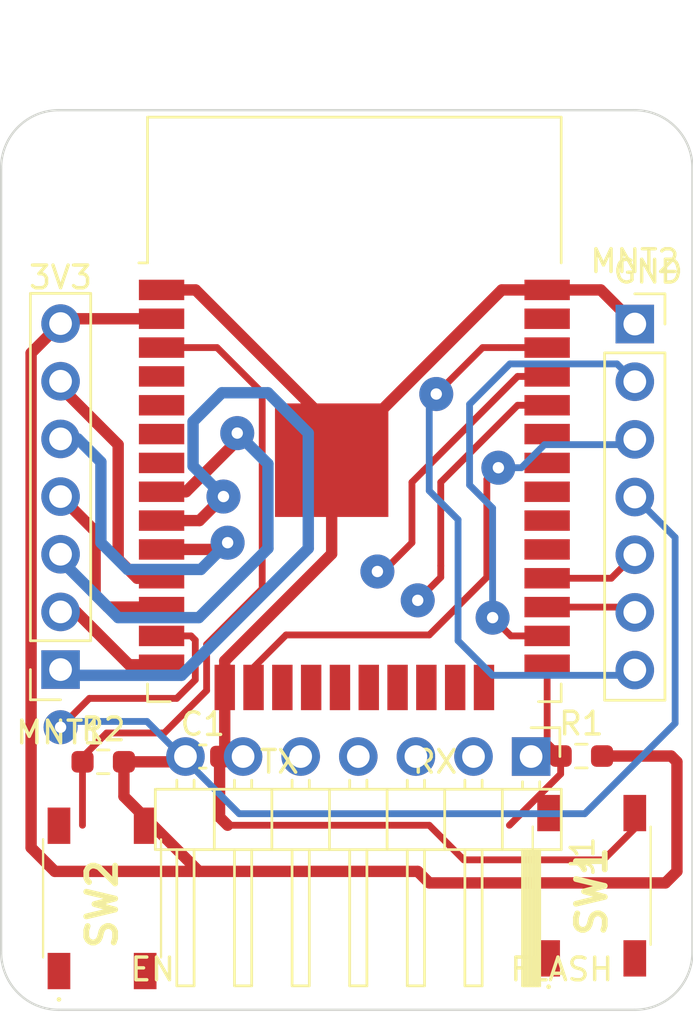
<source format=kicad_pcb>
(kicad_pcb (version 20211014) (generator pcbnew)
  (layers (0 "F.Cu" signal) (31 "B.Cu" signal) (34 "B.Paste" user) (35 "F.Paste" user) (36 "B.SilkS" user "B.Silkscreen") (37 "F.SilkS" user "F.Silkscreen") (38 "B.Mask" user) (39 "F.Mask" user) (44 "Edge.Cuts" user))
  (net 0 "")
  (net 1 "GND")
  (net 2 "+3V3")
  (net 3 "EN")
  (net 4 "FLASH")
  (net 9 "VL")
  (net 10 "WL")
  (net 11 "UL")
  (net 12 "UH")
  (net 13 "VH")
  (net 14 "MT_CSN")
  (net 15 "WH")
  (net 16 "MT_SCL")
  (net 25 "MT_SDA")
  (net 26 "SERIAL_TX")
  (net 27 "SERIAL_RX")
  (net 33 "BTN_NEXT")
  (net 39 "RXD")
  (net 40 "TXD")
  (footprint "Resistor_SMD:R_0603_1608Metric_Pad0.98x0.95mm_HandSolder" (layer "F.Cu") (at 62.922 62.4625)
    (fp_text reference "R2" (at 0 -1.43) (layer "F.SilkS"))
    (fp_text value "10K")
    (fp_line (start -0.254724 -0.5225) (end 0.254724 -0.5225) (layer "F.SilkS") (width 0.12))
    (fp_line (start -0.254724 0.5225) (end 0.254724 0.5225) (layer "F.SilkS") (width 0.12))
    (pad "1" smd roundrect (at -0.9125 0) (size 0.975 0.95) (layers "F.Cu" "F.Paste" "F.Mask") (net 3 "EN"))
    (pad "2" smd roundrect (at 0.9125 0) (size 0.975 0.95) (layers "F.Cu" "F.Paste" "F.Mask") (net 2 "+3V3"))
  )
  (footprint "RF_Module:ESP32-WROOM-32" (layer "F.Cu") (at 73.9945 49.9325)
    (fp_text reference "ESP32" hide)
    (fp_text value "ESP32-WROOM-32")
    (fp_line (start -9.12 9.88) (end -8.12 9.88) (layer "F.SilkS") (width 0.12))
    (fp_line (start 9.12 9.1) (end 9.12 9.88) (layer "F.SilkS") (width 0.12))
    (fp_line (start -9.12 -15.865) (end -9.12 -9.445) (layer "F.SilkS") (width 0.12))
    (fp_line (start -9.12 -9.445) (end -9.5 -9.445) (layer "F.SilkS") (width 0.12))
    (fp_line (start 9.12 9.88) (end 8.12 9.88) (layer "F.SilkS") (width 0.12))
    (fp_line (start 9.12 -15.865) (end 9.12 -9.445) (layer "F.SilkS") (width 0.12))
    (fp_line (start -9.12 9.1) (end -9.12 9.88) (layer "F.SilkS") (width 0.12))
    (fp_line (start -9.12 -15.865) (end 9.12 -15.865) (layer "F.SilkS") (width 0.12))
    (pad "1" smd rect (at -8.5 -8.255) (size 2 0.9) (layers "F.Cu" "F.Paste" "F.Mask") (net 1 "GND"))
    (pad "2" smd rect (at -8.5 -6.985) (size 2 0.9) (layers "F.Cu" "F.Paste" "F.Mask") (net 2 "+3V3"))
    (pad "3" smd rect (at -8.5 -5.715) (size 2 0.9) (layers "F.Cu" "F.Paste" "F.Mask") (net 3 "EN"))
    (pad "4" smd rect (at -8.5 -4.445) (size 2 0.9) (layers "F.Cu" "F.Paste" "F.Mask"))
    (pad "5" smd rect (at -8.5 -3.175) (size 2 0.9) (layers "F.Cu" "F.Paste" "F.Mask"))
    (pad "6" smd rect (at -8.5 -1.905) (size 2 0.9) (layers "F.Cu" "F.Paste" "F.Mask"))
    (pad "7" smd rect (at -8.5 -0.635) (size 2 0.9) (layers "F.Cu" "F.Paste" "F.Mask"))
    (pad "8" smd rect (at -8.5 0.635) (size 2 0.9) (layers "F.Cu" "F.Paste" "F.Mask") (net 9 "VL"))
    (pad "9" smd rect (at -8.5 1.905) (size 2 0.9) (layers "F.Cu" "F.Paste" "F.Mask") (net 10 "WL"))
    (pad "10" smd rect (at -8.5 3.175) (size 2 0.9) (layers "F.Cu" "F.Paste" "F.Mask") (net 11 "UL"))
    (pad "11" smd rect (at -8.5 4.445) (size 2 0.9) (layers "F.Cu" "F.Paste" "F.Mask") (net 12 "UH"))
    (pad "12" smd rect (at -8.5 5.715) (size 2 0.9) (layers "F.Cu" "F.Paste" "F.Mask") (net 13 "VH"))
    (pad "13" smd rect (at -8.5 6.985) (size 2 0.9) (layers "F.Cu" "F.Paste" "F.Mask") (net 14 "MT_CSN"))
    (pad "14" smd rect (at -8.5 8.255) (size 2 0.9) (layers "F.Cu" "F.Paste" "F.Mask") (net 15 "WH"))
    (pad "15" smd rect (at -5.715 9.255 90) (size 2 0.9) (layers "F.Cu" "F.Paste" "F.Mask") (net 1 "GND"))
    (pad "16" smd rect (at -4.445 9.255 90) (size 2 0.9) (layers "F.Cu" "F.Paste" "F.Mask") (net 16 "MT_SCL"))
    (pad "17" smd rect (at -3.175 9.255 90) (size 2 0.9) (layers "F.Cu" "F.Paste" "F.Mask"))
    (pad "18" smd rect (at -1.905 9.255 90) (size 2 0.9) (layers "F.Cu" "F.Paste" "F.Mask"))
    (pad "19" smd rect (at -0.635 9.255 90) (size 2 0.9) (layers "F.Cu" "F.Paste" "F.Mask"))
    (pad "20" smd rect (at 0.635 9.255 90) (size 2 0.9) (layers "F.Cu" "F.Paste" "F.Mask"))
    (pad "21" smd rect (at 1.905 9.255 90) (size 2 0.9) (layers "F.Cu" "F.Paste" "F.Mask"))
    (pad "22" smd rect (at 3.175 9.255 90) (size 2 0.9) (layers "F.Cu" "F.Paste" "F.Mask"))
    (pad "23" smd rect (at 4.445 9.255 90) (size 2 0.9) (layers "F.Cu" "F.Paste" "F.Mask"))
    (pad "24" smd rect (at 5.715 9.255 90) (size 2 0.9) (layers "F.Cu" "F.Paste" "F.Mask"))
    (pad "25" smd rect (at 8.5 8.255) (size 2 0.9) (layers "F.Cu" "F.Paste" "F.Mask") (net 4 "FLASH"))
    (pad "26" smd rect (at 8.5 6.985) (size 2 0.9) (layers "F.Cu" "F.Paste" "F.Mask") (net 25 "MT_SDA"))
    (pad "27" smd rect (at 8.5 5.715) (size 2 0.9) (layers "F.Cu" "F.Paste" "F.Mask") (net 26 "SERIAL_TX"))
    (pad "28" smd rect (at 8.5 4.445) (size 2 0.9) (layers "F.Cu" "F.Paste" "F.Mask") (net 27 "SERIAL_RX"))
    (pad "29" smd rect (at 8.5 3.175) (size 2 0.9) (layers "F.Cu" "F.Paste" "F.Mask"))
    (pad "30" smd rect (at 8.5 1.905) (size 2 0.9) (layers "F.Cu" "F.Paste" "F.Mask"))
    (pad "31" smd rect (at 8.5 0.635) (size 2 0.9) (layers "F.Cu" "F.Paste" "F.Mask"))
    (pad "32" smd rect (at 8.5 -0.635) (size 2 0.9) (layers "F.Cu" "F.Paste" "F.Mask"))
    (pad "33" smd rect (at 8.5 -1.905) (size 2 0.9) (layers "F.Cu" "F.Paste" "F.Mask"))
    (pad "34" smd rect (at 8.5 -3.175) (size 2 0.9) (layers "F.Cu" "F.Paste" "F.Mask") (net 39 "RXD"))
    (pad "35" smd rect (at 8.5 -4.445) (size 2 0.9) (layers "F.Cu" "F.Paste" "F.Mask") (net 40 "TXD"))
    (pad "36" smd rect (at 8.5 -5.715) (size 2 0.9) (layers "F.Cu" "F.Paste" "F.Mask") (net 33 "BTN_NEXT"))
    (pad "37" smd rect (at 8.5 -6.985) (size 2 0.9) (layers "F.Cu" "F.Paste" "F.Mask"))
    (pad "38" smd rect (at 8.5 -8.255) (size 2 0.9) (layers "F.Cu" "F.Paste" "F.Mask") (net 1 "GND"))
    (pad "39" smd rect (at -1 -0.755) (size 5 5) (layers "F.Cu" "F.Paste" "F.Mask") (net 1 "GND"))
  )
  (footprint "Resistor_SMD:R_0603_1608Metric_Pad0.98x0.95mm_HandSolder" (layer "F.Cu") (at 84.004 62.2085)
    (fp_text reference "R1" (at 0 -1.43) (layer "F.SilkS"))
    (fp_text value "10K")
    (fp_line (start -0.254724 0.5225) (end 0.254724 0.5225) (layer "F.SilkS") (width 0.12))
    (fp_line (start -0.254724 -0.5225) (end 0.254724 -0.5225) (layer "F.SilkS") (width 0.12))
    (pad "1" smd roundrect (at -0.9125 0) (size 0.975 0.95) (layers "F.Cu" "F.Paste" "F.Mask") (net 4 "FLASH"))
    (pad "2" smd roundrect (at 0.9125 0) (size 0.975 0.95) (layers "F.Cu" "F.Paste" "F.Mask") (net 2 "+3V3"))
  )
  (footprint "Connector_PinHeader_2.54mm:PinHeader_1x07_P2.54mm_Horizontal" (layer "F.Cu") (at 81.788 62.23 -90)
    (fp_text reference "J1" (at 4.385 -2.27 90) (layer "F.SilkS"))
    (fp_text value "Conn_01x06_Male")
    (fp_line (start 4.1 4.7) (end 10.1 4.7) (layer "F.SilkS") (width 0.12))
    (fp_line (start 4.1 9.78) (end 10.1 9.78) (layer "F.SilkS") (width 0.12))
    (fp_line (start 1.11 0.38) (end 1.44 0.38) (layer "F.SilkS") (width 0.12))
    (fp_line (start 4.1 16.57) (end 4.1 -1.33) (layer "F.SilkS") (width 0.12))
    (fp_line (start 10.1 8) (end 4.1 8) (layer "F.SilkS") (width 0.12))
    (fp_line (start 10.1 2.92) (end 4.1 2.92) (layer "F.SilkS") (width 0.12))
    (fp_line (start 1.042929 4.7) (end 1.44 4.7) (layer "F.SilkS") (width 0.12))
    (fp_line (start 10.1 4.7) (end 10.1 5.46) (layer "F.SilkS") (width 0.12))
    (fp_line (start 10.1 12.32) (end 10.1 13.08) (layer "F.SilkS") (width 0.12))
    (fp_line (start 10.1 7.24) (end 10.1 8) (layer "F.SilkS") (width 0.12))
    (fp_line (start 1.44 -1.33) (end 1.44 16.57) (layer "F.SilkS") (width 0.12))
    (fp_line (start 1.042929 10.54) (end 1.44 10.54) (layer "F.SilkS") (width 0.12))
    (fp_line (start 4.1 -0.08) (end 10.1 -0.08) (layer "F.SilkS") (width 0.12))
    (fp_line (start 1.44 1.27) (end 4.1 1.27) (layer "F.SilkS") (width 0.12))
    (fp_line (start -1.27 0) (end -1.27 -1.27) (layer "F.SilkS") (width 0.12))
    (fp_line (start 1.042929 12.32) (end 1.44 12.32) (layer "F.SilkS") (width 0.12))
    (fp_line (start 1.042929 9.78) (end 1.44 9.78) (layer "F.SilkS") (width 0.12))
    (fp_line (start 1.042929 2.16) (end 1.44 2.16) (layer "F.SilkS") (width 0.12))
    (fp_line (start 10.1 14.86) (end 10.1 15.62) (layer "F.SilkS") (width 0.12))
    (fp_line (start 1.042929 8) (end 1.44 8) (layer "F.SilkS") (width 0.12))
    (fp_line (start -1.27 -1.27) (end 0 -1.27) (layer "F.SilkS") (width 0.12))
    (fp_line (start 1.042929 7.24) (end 1.44 7.24) (layer "F.SilkS") (width 0.12))
    (fp_line (start 1.44 6.35) (end 4.1 6.35) (layer "F.SilkS") (width 0.12))
    (fp_line (start 4.1 -0.38) (end 10.1 -0.38) (layer "F.SilkS") (width 0.12))
    (fp_line (start 1.042929 2.92) (end 1.44 2.92) (layer "F.SilkS") (width 0.12))
    (fp_line (start 1.042929 15.62) (end 1.44 15.62) (layer "F.SilkS") (width 0.12))
    (fp_line (start 1.11 -0.38) (end 1.44 -0.38) (layer "F.SilkS") (width 0.12))
    (fp_line (start 1.44 11.43) (end 4.1 11.43) (layer "F.SilkS") (width 0.12))
    (fp_line (start 10.1 13.08) (end 4.1 13.08) (layer "F.SilkS") (width 0.12))
    (fp_line (start 4.1 14.86) (end 10.1 14.86) (layer "F.SilkS") (width 0.12))
    (fp_line (start 4.1 12.32) (end 10.1 12.32) (layer "F.SilkS") (width 0.12))
    (fp_line (start 1.042929 14.86) (end 1.44 14.86) (layer "F.SilkS") (width 0.12))
    (fp_line (start 10.1 5.46) (end 4.1 5.46) (layer "F.SilkS") (width 0.12))
    (fp_line (start 4.1 -1.33) (end 1.44 -1.33) (layer "F.SilkS") (width 0.12))
    (fp_line (start 4.1 0.16) (end 10.1 0.16) (layer "F.SilkS") (width 0.12))
    (fp_line (start 1.44 3.81) (end 4.1 3.81) (layer "F.SilkS") (width 0.12))
    (fp_line (start 4.1 0.04) (end 10.1 0.04) (layer "F.SilkS") (width 0.12))
    (fp_line (start 10.1 -0.38) (end 10.1 0.38) (layer "F.SilkS") (width 0.12))
    (fp_line (start 10.1 9.78) (end 10.1 10.54) (layer "F.SilkS") (width 0.12))
    (fp_line (start 1.44 13.97) (end 4.1 13.97) (layer "F.SilkS") (width 0.12))
    (fp_line (start 1.042929 13.08) (end 1.44 13.08) (layer "F.SilkS") (width 0.12))
    (fp_line (start 1.44 16.57) (end 4.1 16.57) (layer "F.SilkS") (width 0.12))
    (fp_line (start 4.1 7.24) (end 10.1 7.24) (layer "F.SilkS") (width 0.12))
    (fp_line (start 1.042929 5.46) (end 1.44 5.46) (layer "F.SilkS") (width 0.12))
    (fp_line (start 10.1 0.38) (end 4.1 0.38) (layer "F.SilkS") (width 0.12))
    (fp_line (start 10.1 2.16) (end 10.1 2.92) (layer "F.SilkS") (width 0.12))
    (fp_line (start 1.44 8.89) (end 4.1 8.89) (layer "F.SilkS") (width 0.12))
    (fp_line (start 4.1 2.16) (end 10.1 2.16) (layer "F.SilkS") (width 0.12))
    (fp_line (start 10.1 10.54) (end 4.1 10.54) (layer "F.SilkS") (width 0.12))
    (fp_line (start 10.1 15.62) (end 4.1 15.62) (layer "F.SilkS") (width 0.12))
    (fp_line (start 4.1 -0.32) (end 10.1 -0.32) (layer "F.SilkS") (width 0.12))
    (fp_line (start 4.1 -0.2) (end 10.1 -0.2) (layer "F.SilkS") (width 0.12))
    (fp_line (start 4.1 0.28) (end 10.1 0.28) (layer "F.SilkS") (width 0.12))
    (pad "1" thru_hole rect (at 0 0 270) (size 1.7 1.7) (drill 1) (layers *.Cu *.Mask) (net 2 "+3V3"))
    (pad "2" thru_hole oval (at 0 2.54 270) (size 1.7 1.7) (drill 1) (layers *.Cu *.Mask) (net 40 "TXD"))
    (pad "3" thru_hole oval (at 0 5.08 270) (size 1.7 1.7) (drill 1) (layers *.Cu *.Mask) (net 39 "RXD"))
    (pad "4" thru_hole oval (at 0 7.62 270) (size 1.7 1.7) (drill 1) (layers *.Cu *.Mask) (net 3 "EN"))
    (pad "5" thru_hole oval (at 0 10.16 270) (size 1.7 1.7) (drill 1) (layers *.Cu *.Mask) (net 4 "FLASH"))
    (pad "6" thru_hole oval (at 0 12.7 270) (size 1.7 1.7) (drill 1) (layers *.Cu *.Mask) (net 1 "GND"))
    (pad "7" thru_hole oval (at 0 15.24 270) (size 1.7 1.7) (drill 1) (layers *.Cu *.Mask))
  )
  (footprint "PTS525:PTS525SM08SMTR2LFS" (layer "F.Cu") (at 62.87 69.128 90)
    (fp_text reference "SW2" (at 0.4 0 90) (layer "F.SilkS") (effects (font (size 1.27 1.27) (thickness 0.254))))
    (fp_text value "SW_SPST" hide)
    (fp_line (start -3.85 -1.9) (end -3.85 -1.9) (layer "F.SilkS") (width 0.1))
    (fp_line (start -3.75 -1.9) (end -3.75 -1.9) (layer "F.SilkS") (width 0.1))
    (fp_line (start 3.25 -2.6) (end 3.25 -2.6) (layer "F.SilkS") (width 0.1))
    (fp_line (start -1.95 -2.6) (end 3.25 -2.6) (layer "F.SilkS") (width 0.1))
    (fp_line (start -1.95 2.6) (end 3.25 2.6) (layer "F.SilkS") (width 0.1))
    (fp_arc (start -3.85 -1.9) (mid -3.8 -1.95) (end -3.75 -1.9) (layer "F.SilkS") (width 0.1))
    (fp_arc (start -3.75 -1.9) (mid -3.8 -1.85) (end -3.85 -1.9) (layer "F.SilkS") (width 0.1))
    (pad "1" smd rect locked (at -2.55 -1.9 180) (size 1 1.6) (layers "F.Cu" "F.Paste" "F.Mask") (net 3 "EN"))
    (pad "2" smd rect locked (at 3.85 -1.9 180) (size 1 1.6) (layers "F.Cu" "F.Paste" "F.Mask") (net 1 "GND"))
    (pad "3" smd rect locked (at -2.55 1.9 180) (size 1 1.6) (layers "F.Cu" "F.Paste" "F.Mask"))
    (pad "4" smd rect locked (at 3.85 1.9 180) (size 1 1.6) (layers "F.Cu" "F.Paste" "F.Mask"))
  )
  (footprint "Connector_PinSocket_2.54mm:PinSocket_1x07_P2.54mm_Vertical" (layer "F.Cu") (at 86.36 43.18)
    (fp_text reference "MNT2" (at 0 -2.77) (layer "F.SilkS"))
    (fp_text value "Conn_01x07_Female")
    (fp_line (start -1.33 1.27) (end -1.33 16.57) (layer "F.SilkS") (width 0.12))
    (fp_line (start 0 -1.33) (end 1.33 -1.33) (layer "F.SilkS") (width 0.12))
    (fp_line (start -1.33 1.27) (end 1.33 1.27) (layer "F.SilkS") (width 0.12))
    (fp_line (start 1.33 -1.33) (end 1.33 0) (layer "F.SilkS") (width 0.12))
    (fp_line (start -1.33 16.57) (end 1.33 16.57) (layer "F.SilkS") (width 0.12))
    (fp_line (start 1.33 1.27) (end 1.33 16.57) (layer "F.SilkS") (width 0.12))
    (pad "1" thru_hole rect (at 0 0) (size 1.7 1.7) (drill 1) (layers *.Cu *.Mask) (net 1 "GND"))
    (pad "2" thru_hole oval (at 0 2.54) (size 1.7 1.7) (drill 1) (layers *.Cu *.Mask) (net 25 "MT_SDA"))
    (pad "3" thru_hole oval (at 0 5.08) (size 1.7 1.7) (drill 1) (layers *.Cu *.Mask) (net 16 "MT_SCL"))
    (pad "4" thru_hole oval (at 0 7.62) (size 1.7 1.7) (drill 1) (layers *.Cu *.Mask) (net 14 "MT_CSN"))
    (pad "5" thru_hole oval (at 0 10.16) (size 1.7 1.7) (drill 1) (layers *.Cu *.Mask) (net 27 "SERIAL_RX"))
    (pad "6" thru_hole oval (at 0 12.7) (size 1.7 1.7) (drill 1) (layers *.Cu *.Mask) (net 26 "SERIAL_TX"))
    (pad "7" thru_hole oval (at 0 15.24) (size 1.7 1.7) (drill 1) (layers *.Cu *.Mask) (net 33 "BTN_NEXT"))
  )
  (footprint "PTS525:PTS525SM08SMTR2LFS" (layer "F.Cu") (at 84.46 68.57 90)
    (fp_text reference "SW1" (at 0.4 0 90) (layer "F.SilkS") (effects (font (size 1.27 1.27) (thickness 0.254))))
    (fp_text value "SW_SPST" hide)
    (fp_line (start -3.85 -1.9) (end -3.85 -1.9) (layer "F.SilkS") (width 0.1))
    (fp_line (start -1.95 2.6) (end 3.25 2.6) (layer "F.SilkS") (width 0.1))
    (fp_line (start -1.95 -2.6) (end 3.25 -2.6) (layer "F.SilkS") (width 0.1))
    (fp_line (start -3.75 -1.9) (end -3.75 -1.9) (layer "F.SilkS") (width 0.1))
    (fp_line (start 3.25 -2.6) (end 3.25 -2.6) (layer "F.SilkS") (width 0.1))
    (fp_arc (start -3.85 -1.9) (mid -3.8 -1.95) (end -3.75 -1.9) (layer "F.SilkS") (width 0.1))
    (fp_arc (start -3.75 -1.9) (mid -3.8 -1.85) (end -3.85 -1.9) (layer "F.SilkS") (width 0.1))
    (pad "1" smd rect locked (at -2.55 -1.9 180) (size 1 1.6) (layers "F.Cu" "F.Paste" "F.Mask") (net 4 "FLASH"))
    (pad "2" smd rect locked (at 3.85 -1.9 180) (size 1 1.6) (layers "F.Cu" "F.Paste" "F.Mask") (net 1 "GND"))
    (pad "3" smd rect locked (at -2.55 1.9 180) (size 1 1.6) (layers "F.Cu" "F.Paste" "F.Mask"))
    (pad "4" smd rect locked (at 3.85 1.9 180) (size 1 1.6) (layers "F.Cu" "F.Paste" "F.Mask"))
  )
  (footprint "Capacitor_SMD:C_0603_1608Metric_Pad1.08x0.95mm_HandSolder" (layer "F.Cu") (at 67.31 62.23)
    (fp_text reference "C1" (at 0 -1.43) (layer "F.SilkS"))
    (fp_text value "0.1UF")
    (fp_line (start -0.146267 0.51) (end 0.146267 0.51) (layer "F.SilkS") (width 0.12))
    (fp_line (start -0.146267 -0.51) (end 0.146267 -0.51) (layer "F.SilkS") (width 0.12))
    (pad "1" smd roundrect (at -0.8625 0) (size 1.075 0.95) (layers "F.Cu" "F.Paste" "F.Mask") (net 2 "+3V3"))
    (pad "2" smd roundrect (at 0.8625 0) (size 1.075 0.95) (layers "F.Cu" "F.Paste" "F.Mask") (net 1 "GND"))
  )
  (footprint "Connector_PinSocket_2.54mm:PinSocket_1x07_P2.54mm_Vertical" (layer "F.Cu") (at 61.0405 58.4 180)
    (fp_text reference "MNT1" (at 0 -2.77 180) (layer "F.SilkS"))
    (fp_text value "Conn_01x07_Female")
    (fp_line (start -1.33 16.57) (end 1.33 16.57) (layer "F.SilkS") (width 0.12))
    (fp_line (start 1.33 1.27) (end 1.33 16.57) (layer "F.SilkS") (width 0.12))
    (fp_line (start -1.33 1.27) (end -1.33 16.57) (layer "F.SilkS") (width 0.12))
    (fp_line (start 1.33 -1.33) (end 1.33 0) (layer "F.SilkS") (width 0.12))
    (fp_line (start -1.33 1.27) (end 1.33 1.27) (layer "F.SilkS") (width 0.12))
    (fp_line (start 0 -1.33) (end 1.33 -1.33) (layer "F.SilkS") (width 0.12))
    (pad "1" thru_hole rect (at 0 0 180) (size 1.7 1.7) (drill 1) (layers *.Cu *.Mask) (net 10 "WL"))
    (pad "2" thru_hole oval (at 0 2.54 180) (size 1.7 1.7) (drill 1) (layers *.Cu *.Mask) (net 15 "WH"))
    (pad "3" thru_hole oval (at 0 5.08 180) (size 1.7 1.7) (drill 1) (layers *.Cu *.Mask) (net 9 "VL"))
    (pad "4" thru_hole oval (at 0 7.62 180) (size 1.7 1.7) (drill 1) (layers *.Cu *.Mask) (net 13 "VH"))
    (pad "5" thru_hole oval (at 0 10.16 180) (size 1.7 1.7) (drill 1) (layers *.Cu *.Mask) (net 11 "UL"))
    (pad "6" thru_hole oval (at 0 12.7 180) (size 1.7 1.7) (drill 1) (layers *.Cu *.Mask) (net 12 "UH"))
    (pad "7" thru_hole oval (at 0 15.24 180) (size 1.7 1.7) (drill 1) (layers *.Cu *.Mask) (net 2 "+3V3"))
  )
  (gr_arc (start 86.36 33.7605) (mid 88.156051 34.504449) (end 88.9 36.3005) (layer "Edge.Cuts") (width 0.1))
  (gr_line (start 86.36 33.7605) (end 60.96 33.7605) (layer "Edge.Cuts") (width 0.1))
  (gr_line (start 88.9 70.8445) (end 88.9 36.3005) (layer "Edge.Cuts") (width 0.1))
  (gr_arc (start 88.9 70.8445) (mid 88.156051 72.640551) (end 86.36 73.3845) (layer "Edge.Cuts") (width 0.1))
  (gr_arc (start 58.42 36.3005) (mid 59.163949 34.504449) (end 60.96 33.7605) (layer "Edge.Cuts") (width 0.1))
  (gr_line (start 58.42 36.3005) (end 58.42 70.8445) (layer "Edge.Cuts") (width 0.1))
  (gr_line (start 60.96 73.3845) (end 86.36 73.3845) (layer "Edge.Cuts") (width 0.1))
  (gr_arc (start 60.96 73.3845) (mid 59.163949 72.640551) (end 58.42 70.8445) (layer "Edge.Cuts") (width 0.1))
  (gr_text "TX" (at 70.6925 62.4625) (layer "F.SilkS") (effects (font (size 1 1))))
  (gr_text "GND" (at 86.9485 40.8725) (layer "F.SilkS") (effects (font (size 1 1))))
  (gr_text "3V3" (at 61.0405 41.1265) (layer "F.SilkS") (effects (font (size 1 1))))
  (gr_text "EN" (at 65.1045 71.6065) (layer "F.SilkS") (effects (font (size 1 1))))
  (gr_text "FLASH" (at 83.1385 71.6065) (layer "F.SilkS") (effects (font (size 1 1))))
  (gr_text "RX" (at 77.5505 62.4625) (layer "F.SilkS") (effects (font (size 1 1))))
  (segment (start 72.9945 47.6775) (end 72.9945 49.1775) (width 0.5) (layer "F.Cu") (net 1))
  (segment (start 77.2965 65.2565) (end 78.8205 66.7805) (width 0.3) (layer "F.Cu") (net 1))
  (segment (start 65.4945 41.6775) (end 66.9945 41.6775) (width 0.5) (layer "F.Cu") (net 1))
  (segment (start 68.052 62.2085) (end 68.052 64.902) (width 0.5) (layer "F.Cu") (net 1))
  (segment (start 68.4065 65.2565) (end 68.1775 65.0275) (width 0.3) (layer "F.Cu") (net 1))
  (segment (start 82.4945 41.6775) (end 80.4945 41.6775) (width 0.5) (layer "F.Cu") (net 1))
  (segment (start 82.4945 41.6775) (end 84.8575 41.6775) (width 0.5) (layer "F.Cu") (net 1))
  (segment (start 84.9765 66.7805) (end 86.4905 65.2665) (width 0.3) (layer "F.Cu") (net 1))
  (segment (start 72.9945 53.3025) (end 72.9945 49.1775) (width 0.5) (layer "F.Cu") (net 1))
  (segment (start 68.4065 65.2565) (end 77.2965 65.2565) (width 0.3) (layer "F.Cu") (net 1))
  (segment (start 68.052 64.902) (end 68.4065 65.2565) (width 0.5) (layer "F.Cu") (net 1))
  (segment (start 68.2795 59.1875) (end 68.2795 58.0175) (width 0.5) (layer "F.Cu") (net 1))
  (segment (start 68.2795 59.1875) (end 68.2795 61.981) (width 0.5) (layer "F.Cu") (net 1))
  (segment (start 84.8575 41.6775) (end 86.36 43.18) (width 0.5) (layer "F.Cu") (net 1))
  (segment (start 68.2795 61.981) (end 68.052 62.2085) (width 0.5) (layer "F.Cu") (net 1))
  (segment (start 66.9945 41.6775) (end 72.9945 47.6775) (width 0.5) (layer "F.Cu") (net 1))
  (segment (start 68.2795 58.0175) (end 72.9945 53.3025) (width 0.5) (layer "F.Cu") (net 1))
  (segment (start 78.8205 66.7805) (end 84.9765 66.7805) (width 0.3) (layer "F.Cu") (net 1))
  (segment (start 80.4945 41.6775) (end 72.9945 49.1775) (width 0.5) (layer "F.Cu") (net 1))
  (segment (start 67.1365 67.2885) (end 76.7885 67.2885) (width 0.5) (layer "F.Cu") (net 2))
  (segment (start 63.8345 62.4625) (end 63.8345 63.9865) (width 0.5) (layer "F.Cu") (net 2))
  (segment (start 61.253 42.9475) (end 59.740989 44.459511) (width 0.5) (layer "F.Cu") (net 2))
  (segment (start 63.8345 63.9865) (end 67.1365 67.2885) (width 0.5) (layer "F.Cu") (net 2))
  (segment (start 77.2965 67.7965) (end 87.7105 67.7965) (width 0.5) (layer "F.Cu") (net 2))
  (segment (start 63.8345 62.4625) (end 66.1205 62.4625) (width 0.5) (layer "F.Cu") (net 2))
  (segment (start 87.7105 67.7965) (end 88.2185 67.2885) (width 0.5) (layer "F.Cu") (net 2))
  (segment (start 60.7865 67.2885) (end 67.1365 67.2885) (width 0.5) (layer "F.Cu") (net 2))
  (segment (start 88.2185 62.4625) (end 87.9645 62.2085) (width 0.5) (layer "F.Cu") (net 2))
  (segment (start 87.9645 62.2085) (end 84.9165 62.2085) (width 0.5) (layer "F.Cu") (net 2))
  (segment (start 65.4945 42.9475) (end 61.253 42.9475) (width 0.5) (layer "F.Cu") (net 2))
  (segment (start 88.2185 67.2885) (end 88.2185 62.4625) (width 0.5) (layer "F.Cu") (net 2))
  (segment (start 59.740989 44.459511) (end 59.740989 66.242989) (width 0.5) (layer "F.Cu") (net 2))
  (segment (start 59.740989 66.242989) (end 60.7865 67.2885) (width 0.5) (layer "F.Cu") (net 2))
  (segment (start 76.7885 67.2885) (end 77.2965 67.7965) (width 0.5) (layer "F.Cu") (net 2))
  (segment (start 67.9415 44.2175) (end 69.9305 46.2065) (width 0.3) (layer "F.Cu") (net 3))
  (segment (start 62.0095 62.2555) (end 62.0095 62.4625) (width 0.3) (layer "F.Cu") (net 3))
  (segment (start 69.9305 46.2065) (end 69.9305 54.8425) (width 0.3) (layer "F.Cu") (net 3))
  (segment (start 62.0065 65.2565) (end 62.0065 62.4655) (width 0.3) (layer "F.Cu") (net 3))
  (segment (start 65.6125 61.1925) (end 63.0725 61.1925) (width 0.3) (layer "F.Cu") (net 3))
  (segment (start 67.479989 57.293011) (end 67.479989 59.325011) (width 0.3) (layer "F.Cu") (net 3))
  (segment (start 69.9305 54.8425) (end 67.479989 57.293011) (width 0.3) (layer "F.Cu") (net 3))
  (segment (start 63.0725 61.1925) (end 62.0095 62.2555) (width 0.3) (layer "F.Cu") (net 3))
  (segment (start 62.0065 62.4655) (end 62.0095 62.4625) (width 0.3) (layer "F.Cu") (net 3))
  (segment (start 65.4945 44.2175) (end 67.9415 44.2175) (width 0.3) (layer "F.Cu") (net 3))
  (segment (start 67.479989 59.325011) (end 65.6125 61.1925) (width 0.3) (layer "F.Cu") (net 3))
  (segment (start 82.4945 61.6115) (end 83.0915 62.2085) (width 0.3) (layer "F.Cu") (net 4))
  (segment (start 83.0915 62.9975) (end 80.8325 65.2565) (width 0.3) (layer "F.Cu") (net 4))
  (segment (start 83.0915 62.2085) (end 83.0915 62.9975) (width 0.3) (layer "F.Cu") (net 4))
  (segment (start 82.4945 58.1875) (end 82.4945 61.6115) (width 0.3) (layer "F.Cu") (net 4))
  (segment (start 66.573522 50.5675) (end 65.4945 50.5675) (width 0.5) (layer "F.Cu") (net 9))
  (segment (start 68.831 47.9845) (end 68.831 48.310022) (width 0.5) (layer "F.Cu") (net 9))
  (segment (start 68.831 48.310022) (end 66.573522 50.5675) (width 0.5) (layer "F.Cu") (net 9))
  (via (at 68.831 47.9845) (size 1.5) (drill 0.5) (layers "F.Cu" "B.Cu") (net 9))
  (segment (start 70.1845 53.0645) (end 67.1365 56.1125) (width 0.5) (layer "B.Cu") (net 9))
  (segment (start 63.5805 56.1125) (end 61.0405 53.5725) (width 0.5) (layer "B.Cu") (net 9))
  (segment (start 67.1365 56.1125) (end 63.5805 56.1125) (width 0.5) (layer "B.Cu") (net 9))
  (segment (start 61.0405 53.5725) (end 61.0405 53.32) (width 0.5) (layer "B.Cu") (net 9))
  (segment (start 68.831 47.9845) (end 70.1845 49.338) (width 0.5) (layer "B.Cu") (net 9))
  (segment (start 70.1845 49.338) (end 70.1845 53.0645) (width 0.5) (layer "B.Cu") (net 9))
  (segment (start 67.164 51.8375) (end 65.4945 51.8375) (width 0.5) (layer "F.Cu") (net 10))
  (segment (start 68.223 50.7785) (end 67.164 51.8375) (width 0.5) (layer "F.Cu") (net 10))
  (via (at 68.223 50.7785) (size 1.5) (drill 0.5) (layers "F.Cu" "B.Cu") (net 10))
  (segment (start 66.8825 49.438) (end 66.8825 47.4765) (width 0.5) (layer "B.Cu") (net 10))
  (segment (start 68.1525 46.2065) (end 70.1845 46.2065) (width 0.5) (layer "B.Cu") (net 10))
  (segment (start 71.9625 53.0645) (end 66.3745 58.6525) (width 0.5) (layer "B.Cu") (net 10))
  (segment (start 68.223 50.7785) (end 66.8825 49.438) (width 0.5) (layer "B.Cu") (net 10))
  (segment (start 66.8825 47.4765) (end 68.1525 46.2065) (width 0.5) (layer "B.Cu") (net 10))
  (segment (start 71.9625 47.9845) (end 71.9625 53.0645) (width 0.5) (layer "B.Cu") (net 10))
  (segment (start 66.3745 58.6525) (end 61.293 58.6525) (width 0.5) (layer "B.Cu") (net 10))
  (segment (start 70.1845 46.2065) (end 71.9625 47.9845) (width 0.5) (layer "B.Cu") (net 10))
  (segment (start 61.293 58.6525) (end 61.0405 58.4) (width 0.5) (layer "B.Cu") (net 10))
  (segment (start 68.1095 53.1075) (end 65.4945 53.1075) (width 0.5) (layer "F.Cu") (net 11))
  (segment (start 68.4065 52.8105) (end 68.1095 53.1075) (width 0.5) (layer "F.Cu") (net 11))
  (via (at 68.4065 52.8105) (size 1.5) (drill 0.5) (layers "F.Cu" "B.Cu") (net 11))
  (segment (start 61.804 48.24) (end 61.0405 48.24) (width 0.5) (layer "B.Cu") (net 11))
  (segment (start 67.226866 53.990134) (end 63.998134 53.990134) (width 0.5) (layer "B.Cu") (net 11))
  (segment (start 62.8185 49.2545) (end 61.804 48.24) (width 0.5) (layer "B.Cu") (net 11))
  (segment (start 63.998134 53.990134) (end 62.8185 52.8105) (width 0.5) (layer "B.Cu") (net 11))
  (segment (start 68.4065 52.8105) (end 67.226866 53.990134) (width 0.5) (layer "B.Cu") (net 11))
  (segment (start 62.8185 52.8105) (end 62.8185 49.2545) (width 0.5) (layer "B.Cu") (net 11))
  (segment (start 65.4945 54.3775) (end 64.415478 54.3775) (width 0.5) (layer "F.Cu") (net 12))
  (segment (start 63.5805 48.4925) (end 61.0405 45.9525) (width 0.5) (layer "F.Cu") (net 12))
  (segment (start 64.415478 54.3775) (end 63.5805 53.542522) (width 0.5) (layer "F.Cu") (net 12))
  (segment (start 61.0405 45.9525) (end 61.0405 45.7) (width 0.5) (layer "F.Cu") (net 12))
  (segment (start 63.5805 53.542522) (end 63.5805 48.4925) (width 0.5) (layer "F.Cu") (net 12))
  (segment (start 65.4945 55.6475) (end 63.1155 55.6475) (width 0.5) (layer "F.Cu") (net 13))
  (segment (start 62.5645 55.0965) (end 62.5645 52.304) (width 0.5) (layer "F.Cu") (net 13))
  (segment (start 62.5645 52.304) (end 61.0405 50.78) (width 0.5) (layer "F.Cu") (net 13))
  (segment (start 63.1155 55.6475) (end 62.5645 55.0965) (width 0.5) (layer "F.Cu") (net 13))
  (segment (start 61.0405 60.9385) (end 62.3105 59.6685) (width 0.3) (layer "F.Cu") (net 14))
  (segment (start 62.3105 59.6685) (end 66.162522 59.6685) (width 0.3) (layer "F.Cu") (net 14))
  (segment (start 66.7945 56.9175) (end 65.4945 56.9175) (width 0.3) (layer "F.Cu") (net 14))
  (segment (start 66.162522 59.6685) (end 66.980469 58.850553) (width 0.3) (layer "F.Cu") (net 14))
  (segment (start 66.980469 57.103469) (end 66.7945 56.9175) (width 0.3) (layer "F.Cu") (net 14))
  (segment (start 66.980469 58.850553) (end 66.980469 57.103469) (width 0.3) (layer "F.Cu") (net 14))
  (via (at 61.0405 60.9385) (size 1.5) (drill 0.5) (layers "F.Cu" "B.Cu") (net 14))
  (segment (start 84.1545 64.7485) (end 88.138 60.765) (width 0.3) (layer "B.Cu") (net 14))
  (segment (start 88.138 52.578) (end 86.36 50.8) (width 0.3) (layer "B.Cu") (net 14))
  (segment (start 61.0405 60.9385) (end 61.2945 60.6845) (width 0.3) (layer "B.Cu") (net 14))
  (segment (start 64.8505 60.6845) (end 68.9145 64.7485) (width 0.3) (layer "B.Cu") (net 14))
  (segment (start 61.2945 60.6845) (end 64.8505 60.6845) (width 0.3) (layer "B.Cu") (net 14))
  (segment (start 88.138 60.765) (end 88.138 52.578) (width 0.3) (layer "B.Cu") (net 14))
  (segment (start 68.9145 64.7485) (end 84.1545 64.7485) (width 0.3) (layer "B.Cu") (net 14))
  (segment (start 61.735391 55.86) (end 61.0405 55.86) (width 0.5) (layer "F.Cu") (net 15))
  (segment (start 65.4945 58.1875) (end 64.062891 58.1875) (width 0.5) (layer "F.Cu") (net 15))
  (segment (start 64.062891 58.1875) (end 61.735391 55.86) (width 0.5) (layer "F.Cu") (net 15))
  (segment (start 70.983478 56.8745) (end 69.5495 58.308478) (width 0.3) (layer "F.Cu") (net 16))
  (segment (start 77.2965 56.8745) (end 70.983478 56.8745) (width 0.3) (layer "F.Cu") (net 16))
  (segment (start 80.3445 49.5085) (end 79.8365 50.0165) (width 0.3) (layer "F.Cu") (net 16))
  (segment (start 79.8365 50.0165) (end 79.8365 54.3345) (width 0.3) (layer "F.Cu") (net 16))
  (segment (start 69.5495 58.308478) (end 69.5495 59.1875) (width 0.3) (layer "F.Cu") (net 16))
  (segment (start 79.8365 54.3345) (end 77.2965 56.8745) (width 0.3) (layer "F.Cu") (net 16))
  (via (at 80.3445 49.5085) (size 1.5) (drill 0.5) (layers "F.Cu" "B.Cu") (net 16))
  (segment (start 81.3605 49.5085) (end 82.3765 48.4925) (width 0.3) (layer "B.Cu") (net 16))
  (segment (start 80.3445 49.5085) (end 81.3605 49.5085) (width 0.3) (layer "B.Cu") (net 16))
  (segment (start 82.3765 48.4925) (end 86.1275 48.4925) (width 0.3) (layer "B.Cu") (net 16))
  (segment (start 86.1275 48.4925) (end 86.36 48.26) (width 0.3) (layer "B.Cu") (net 16))
  (segment (start 80.8955 56.9175) (end 80.0905 56.1125) (width 0.3) (layer "F.Cu") (net 25))
  (segment (start 82.4945 56.9175) (end 80.8955 56.9175) (width 0.3) (layer "F.Cu") (net 25))
  (via (at 80.0905 56.1125) (size 1.5) (drill 0.5) (layers "F.Cu" "B.Cu") (net 25))
  (segment (start 85.5765 44.9365) (end 86.36 45.72) (width 0.3) (layer "B.Cu") (net 25))
  (segment (start 79.0745 50.2705) (end 79.0745 46.7145) (width 0.3) (layer "B.Cu") (net 25))
  (segment (start 80.0905 56.1125) (end 80.0905 51.2865) (width 0.3) (layer "B.Cu") (net 25))
  (segment (start 80.8525 44.9365) (end 85.5765 44.9365) (width 0.3) (layer "B.Cu") (net 25))
  (segment (start 80.0905 51.2865) (end 79.0745 50.2705) (width 0.3) (layer "B.Cu") (net 25))
  (segment (start 79.0745 46.7145) (end 80.8525 44.9365) (width 0.3) (layer "B.Cu") (net 25))
  (segment (start 86.1275 55.6475) (end 86.4405 55.9605) (width 0.3) (layer "F.Cu") (net 26))
  (segment (start 82.4945 55.6475) (end 86.1275 55.6475) (width 0.3) (layer "F.Cu") (net 26))
  (segment (start 86.4405 55.9605) (end 86.4405 56.1125) (width 0.3) (layer "F.Cu") (net 26))
  (segment (start 85.3225 54.3775) (end 86.36 53.34) (width 0.3) (layer "F.Cu") (net 27))
  (segment (start 82.4945 54.3775) (end 85.3225 54.3775) (width 0.3) (layer "F.Cu") (net 27))
  (segment (start 80.8095 44.2175) (end 79.65085 44.2175) (width 0.3) (layer "F.Cu") (net 33))
  (segment (start 82.4945 44.2175) (end 80.8095 44.2175) (width 0.3) (layer "F.Cu") (net 33))
  (segment (start 79.65085 44.2175) (end 77.606175 46.262175) (width 0.3) (layer "F.Cu") (net 33))
  (via (at 77.606175 46.262175) (size 1.5) (drill 0.5) (layers "F.Cu" "B.Cu") (net 33))
  (segment (start 77.2965 50.5245) (end 78.5665 51.7945) (width 0.3) (layer "B.Cu") (net 33))
  (segment (start 78.5665 51.7945) (end 78.5665 57.1285) (width 0.3) (layer "B.Cu") (net 33))
  (segment (start 86.1275 58.6525) (end 86.36 58.42) (width 0.3) (layer "B.Cu") (net 33))
  (segment (start 78.5665 57.1285) (end 80.0905 58.6525) (width 0.3) (layer "B.Cu") (net 33))
  (segment (start 80.0905 58.6525) (end 86.1275 58.6525) (width 0.3) (layer "B.Cu") (net 33))
  (segment (start 77.2965 46.57185) (end 77.2965 50.5245) (width 0.3) (layer "B.Cu") (net 33))
  (segment (start 77.606175 46.262175) (end 77.2965 46.57185) (width 0.3) (layer "B.Cu") (net 33))
  (segment (start 77.8045 50.1475) (end 77.8045 53.8265) (width 0.3) (layer "F.Cu") (net 39))
  (segment (start 78.5665 49.3855) (end 77.8045 50.1475) (width 0.3) (layer "F.Cu") (net 39))
  (segment (start 77.8045 54.3345) (end 76.7885 55.3505) (width 0.3) (layer "F.Cu") (net 39))
  (segment (start 77.8045 53.8265) (end 77.8045 54.3345) (width 0.3) (layer "F.Cu") (net 39))
  (segment (start 82.4945 46.7575) (end 81.1945 46.7575) (width 0.3) (layer "F.Cu") (net 39))
  (segment (start 81.1945 46.7575) (end 78.5665 49.3855) (width 0.3) (layer "F.Cu") (net 39))
  (via (at 76.7885 55.3505) (size 1.5) (drill 0.5) (layers "F.Cu" "B.Cu") (net 39))
  (segment (start 77.0425 49.6395) (end 76.5345 50.1475) (width 0.3) (layer "F.Cu") (net 40))
  (segment (start 75.2645 54.0805) (end 75.0105 54.0805) (width 0.3) (layer "F.Cu") (net 40))
  (segment (start 76.5345 52.8105) (end 75.2645 54.0805) (width 0.3) (layer "F.Cu") (net 40))
  (segment (start 81.1945 45.4875) (end 77.0425 49.6395) (width 0.3) (layer "F.Cu") (net 40))
  (segment (start 76.5345 50.1475) (end 76.5345 52.8105) (width 0.3) (layer "F.Cu") (net 40))
  (segment (start 82.4945 45.4875) (end 81.1945 45.4875) (width 0.3) (layer "F.Cu") (net 40))
  (via (at 75.0105 54.0805) (size 1.5) (drill 0.5) (layers "F.Cu" "B.Cu") (net 40))
)
</source>
